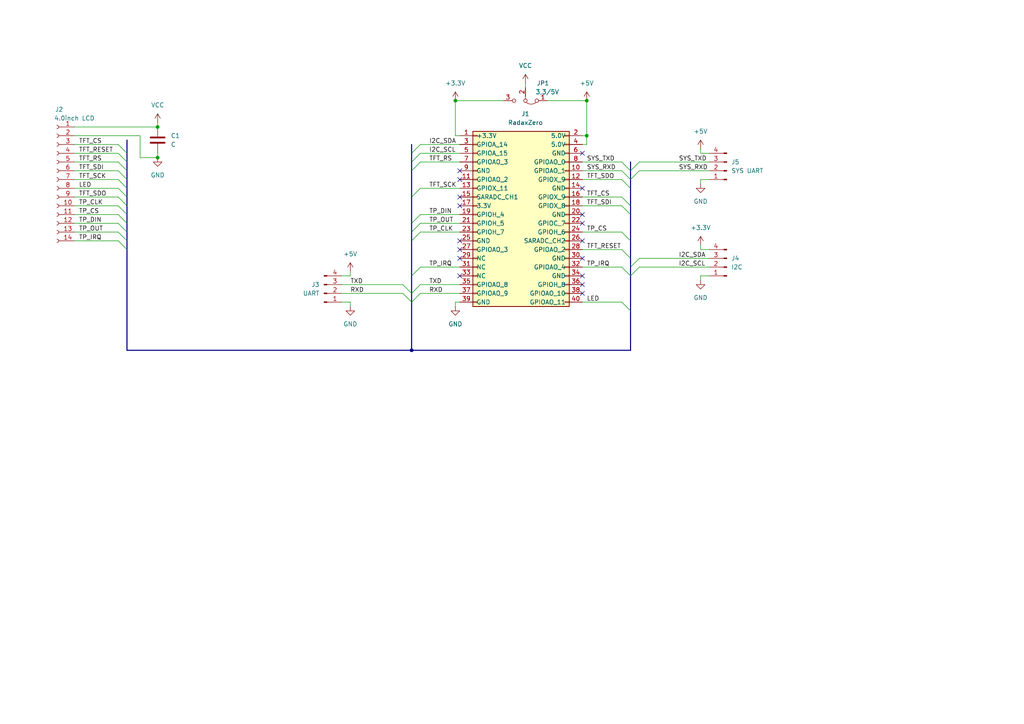
<source format=kicad_sch>
(kicad_sch (version 20211123) (generator eeschema)
  (paper "A4")
  (lib_symbols
    (symbol "Connector:Conn_01x04_Male" (pin_names (offset 1.016) hide)
      (property "Reference" "J" (at 0 5.08 0))
      (property "Value" "Conn_01x04_Male" (at 0 -7.62 0))
      (symbol "Conn_01x04_Male_1_1"
        (polyline (pts (xy 1.27 -5.08) (xy 0.8636 -5.08)) (stroke (width 0.1524)))
        (polyline (pts (xy 1.27 -2.54) (xy 0.8636 -2.54)) (stroke (width 0.1524)))
        (polyline (pts (xy 1.27 0) (xy 0.8636 0)) (stroke (width 0.1524)))
        (polyline (pts (xy 1.27 2.54) (xy 0.8636 2.54)) (stroke (width 0.1524)))
        (rectangle (start 0.8636 -4.953) (end 0 -5.207) (stroke (width 0.1524)) (fill (type outline)))
        (rectangle (start 0.8636 -2.413) (end 0 -2.667) (stroke (width 0.1524)) (fill (type outline)))
        (rectangle (start 0.8636 0.127) (end 0 -0.127) (stroke (width 0.1524)) (fill (type outline)))
        (rectangle (start 0.8636 2.667) (end 0 2.413) (stroke (width 0.1524)) (fill (type outline)))
        (pin passive line (at 5.08 2.54 180) (length 3.81) (name "Pin_1") (number "1"))
        (pin passive line (at 5.08 0 180) (length 3.81) (name "Pin_2") (number "2"))
        (pin passive line (at 5.08 -2.54 180) (length 3.81) (name "Pin_3") (number "3"))
        (pin passive line (at 5.08 -5.08 180) (length 3.81) (name "Pin_4") (number "4"))
      )
    )
    (symbol "Connector:Conn_01x14_Female" (pin_names (offset 1.016) hide)
      (property "Reference" "J" (at 0 17.78 0))
      (property "Value" "Conn_01x14_Female" (at 0 -20.32 0))
      (symbol "Conn_01x14_Female_1_1"
        (arc (start 0 -17.272) (mid -0.508 -17.78) (end 0 -18.288) (stroke (width 0.1524)))
        (arc (start 0 -14.732) (mid -0.508 -15.24) (end 0 -15.748) (stroke (width 0.1524)))
        (arc (start 0 -12.192) (mid -0.508 -12.7) (end 0 -13.208) (stroke (width 0.1524)))
        (arc (start 0 -9.652) (mid -0.508 -10.16) (end 0 -10.668) (stroke (width 0.1524)))
        (arc (start 0 -7.112) (mid -0.508 -7.62) (end 0 -8.128) (stroke (width 0.1524)))
        (arc (start 0 -4.572) (mid -0.508 -5.08) (end 0 -5.588) (stroke (width 0.1524)))
        (arc (start 0 -2.032) (mid -0.508 -2.54) (end 0 -3.048) (stroke (width 0.1524)))
        (polyline (pts (xy -1.27 -17.78) (xy -0.508 -17.78)) (stroke (width 0.1524)))
        (polyline (pts (xy -1.27 -15.24) (xy -0.508 -15.24)) (stroke (width 0.1524)))
        (polyline (pts (xy -1.27 -12.7) (xy -0.508 -12.7)) (stroke (width 0.1524)))
        (polyline (pts (xy -1.27 -10.16) (xy -0.508 -10.16)) (stroke (width 0.1524)))
        (polyline (pts (xy -1.27 -7.62) (xy -0.508 -7.62)) (stroke (width 0.1524)))
        (polyline (pts (xy -1.27 -5.08) (xy -0.508 -5.08)) (stroke (width 0.1524)))
        (polyline (pts (xy -1.27 -2.54) (xy -0.508 -2.54)) (stroke (width 0.1524)))
        (polyline (pts (xy -1.27 0) (xy -0.508 0)) (stroke (width 0.1524)))
        (polyline (pts (xy -1.27 2.54) (xy -0.508 2.54)) (stroke (width 0.1524)))
        (polyline (pts (xy -1.27 5.08) (xy -0.508 5.08)) (stroke (width 0.1524)))
        (polyline (pts (xy -1.27 7.62) (xy -0.508 7.62)) (stroke (width 0.1524)))
        (polyline (pts (xy -1.27 10.16) (xy -0.508 10.16)) (stroke (width 0.1524)))
        (polyline (pts (xy -1.27 12.7) (xy -0.508 12.7)) (stroke (width 0.1524)))
        (polyline (pts (xy -1.27 15.24) (xy -0.508 15.24)) (stroke (width 0.1524)))
        (arc (start 0 0.508) (mid -0.508 0) (end 0 -0.508) (stroke (width 0.1524)))
        (arc (start 0 3.048) (mid -0.508 2.54) (end 0 2.032) (stroke (width 0.1524)))
        (arc (start 0 5.588) (mid -0.508 5.08) (end 0 4.572) (stroke (width 0.1524)))
        (arc (start 0 8.128) (mid -0.508 7.62) (end 0 7.112) (stroke (width 0.1524)))
        (arc (start 0 10.668) (mid -0.508 10.16) (end 0 9.652) (stroke (width 0.1524)))
        (arc (start 0 13.208) (mid -0.508 12.7) (end 0 12.192) (stroke (width 0.1524)))
        (arc (start 0 15.748) (mid -0.508 15.24) (end 0 14.732) (stroke (width 0.1524)))
        (pin passive line (at -5.08 15.24 0) (length 3.81) (name "Pin_1") (number "1"))
        (pin passive line (at -5.08 -7.62 0) (length 3.81) (name "Pin_10") (number "10"))
        (pin passive line (at -5.08 -10.16 0) (length 3.81) (name "Pin_11") (number "11"))
        (pin passive line (at -5.08 -12.7 0) (length 3.81) (name "Pin_12") (number "12"))
        (pin passive line (at -5.08 -15.24 0) (length 3.81) (name "Pin_13") (number "13"))
        (pin passive line (at -5.08 -17.78 0) (length 3.81) (name "Pin_14") (number "14"))
        (pin passive line (at -5.08 12.7 0) (length 3.81) (name "Pin_2") (number "2"))
        (pin passive line (at -5.08 10.16 0) (length 3.81) (name "Pin_3") (number "3"))
        (pin passive line (at -5.08 7.62 0) (length 3.81) (name "Pin_4") (number "4"))
        (pin passive line (at -5.08 5.08 0) (length 3.81) (name "Pin_5") (number "5"))
        (pin passive line (at -5.08 2.54 0) (length 3.81) (name "Pin_6") (number "6"))
        (pin passive line (at -5.08 0 0) (length 3.81) (name "Pin_7") (number "7"))
        (pin passive line (at -5.08 -2.54 0) (length 3.81) (name "Pin_8") (number "8"))
        (pin passive line (at -5.08 -5.08 0) (length 3.81) (name "Pin_9") (number "9"))
      )
    )
    (symbol "Connector_Generic:Conn_02x20_Odd_Even" (pin_names (offset 1.016))
      (property "Reference" "J1" (at 1.27 29.21 0))
      (property "Value" "RadaxZero" (at 1.27 26.67 0))
      (symbol "Conn_02x20_Odd_Even_1_1"
        (rectangle (start -13.97 -25.273) (end -12.7 -25.527) (stroke (width 0.1524)))
        (rectangle (start -13.97 -22.733) (end -12.7 -22.987) (stroke (width 0.1524)))
        (rectangle (start -13.97 -20.193) (end -12.7 -20.447) (stroke (width 0.1524)))
        (rectangle (start -13.97 -17.653) (end -12.7 -17.907) (stroke (width 0.1524)))
        (rectangle (start -13.97 -15.113) (end -12.7 -15.367) (stroke (width 0.1524)))
        (rectangle (start -13.97 -12.573) (end -12.7 -12.827) (stroke (width 0.1524)))
        (rectangle (start -13.97 -10.033) (end -12.7 -10.287) (stroke (width 0.1524)))
        (rectangle (start -13.97 -7.493) (end -12.7 -7.747) (stroke (width 0.1524)))
        (rectangle (start -13.97 -4.953) (end -12.7 -5.207) (stroke (width 0.1524)))
        (rectangle (start -13.97 -2.413) (end -12.7 -2.667) (stroke (width 0.1524)))
        (rectangle (start -13.97 0.127) (end -12.7 -0.127) (stroke (width 0.1524)))
        (rectangle (start -13.97 2.667) (end -12.7 2.413) (stroke (width 0.1524)))
        (rectangle (start -13.97 5.207) (end -12.7 4.953) (stroke (width 0.1524)))
        (rectangle (start -13.97 7.747) (end -12.7 7.493) (stroke (width 0.1524)))
        (rectangle (start -13.97 10.287) (end -12.7 10.033) (stroke (width 0.1524)))
        (rectangle (start -13.97 12.827) (end -12.7 12.573) (stroke (width 0.1524)))
        (rectangle (start -13.97 15.367) (end -12.7 15.113) (stroke (width 0.1524)))
        (rectangle (start -13.97 17.907) (end -12.7 17.653) (stroke (width 0.1524)))
        (rectangle (start -13.97 20.447) (end -12.7 20.193) (stroke (width 0.1524)))
        (rectangle (start -13.97 22.987) (end -12.7 22.733) (stroke (width 0.1524)))
        (rectangle (start -13.97 24.13) (end 13.97 -26.67) (stroke (width 0.254)) (fill (type background)))
        (rectangle (start 13.97 -25.273) (end 12.7 -25.527) (stroke (width 0.1524)))
        (rectangle (start 13.97 -22.733) (end 12.7 -22.987) (stroke (width 0.1524)))
        (rectangle (start 13.97 -20.193) (end 12.7 -20.447) (stroke (width 0.1524)))
        (rectangle (start 13.97 -17.653) (end 12.7 -17.907) (stroke (width 0.1524)))
        (rectangle (start 13.97 -15.113) (end 12.7 -15.367) (stroke (width 0.1524)))
        (rectangle (start 13.97 -12.573) (end 12.7 -12.827) (stroke (width 0.1524)))
        (rectangle (start 13.97 -10.033) (end 12.7 -10.287) (stroke (width 0.1524)))
        (rectangle (start 13.97 -7.493) (end 12.7 -7.747) (stroke (width 0.1524)))
        (rectangle (start 13.97 -4.953) (end 12.7 -5.207) (stroke (width 0.1524)))
        (rectangle (start 13.97 -2.413) (end 12.7 -2.667) (stroke (width 0.1524)))
        (rectangle (start 13.97 0.127) (end 12.7 -0.127) (stroke (width 0.1524)))
        (rectangle (start 13.97 2.667) (end 12.7 2.413) (stroke (width 0.1524)))
        (rectangle (start 13.97 5.207) (end 12.7 4.953) (stroke (width 0.1524)))
        (rectangle (start 13.97 7.747) (end 12.7 7.493) (stroke (width 0.1524)))
        (rectangle (start 13.97 10.287) (end 12.7 10.033) (stroke (width 0.1524)))
        (rectangle (start 13.97 12.827) (end 12.7 12.573) (stroke (width 0.1524)))
        (rectangle (start 13.97 15.367) (end 12.7 15.113) (stroke (width 0.1524)))
        (rectangle (start 13.97 17.907) (end 12.7 17.653) (stroke (width 0.1524)))
        (rectangle (start 13.97 20.447) (end 12.7 20.193) (stroke (width 0.1524)))
        (rectangle (start 13.97 22.987) (end 12.7 22.733) (stroke (width 0.1524)))
        (pin passive line (at -17.78 22.86 0) (length 3.81) (name "+3.3V") (number "1"))
        (pin passive line (at 17.78 12.7 180) (length 3.81) (name "GPIOAO_1") (number "10"))
        (pin passive line (at -17.78 10.16 0) (length 3.81) (name "GPIOAO_2") (number "11"))
        (pin passive line (at 17.78 10.16 180) (length 3.81) (name "GPIOX_9") (number "12"))
        (pin passive line (at -17.78 7.62 0) (length 3.81) (name "GPIOX_11") (number "13"))
        (pin passive line (at 17.78 7.62 180) (length 3.81) (name "GND") (number "14"))
        (pin passive line (at -17.78 5.08 0) (length 3.81) (name "SARADC_CH1") (number "15"))
        (pin passive line (at 17.78 5.08 180) (length 3.81) (name "GPIOX_9") (number "16"))
        (pin passive line (at -17.78 2.54 0) (length 3.81) (name "3.3V") (number "17"))
        (pin passive line (at 17.78 2.54 180) (length 3.81) (name "GPIOX_8") (number "18"))
        (pin passive line (at -17.78 0 0) (length 3.81) (name "GPIOH_4") (number "19"))
        (pin passive line (at 17.78 22.86 180) (length 3.81) (name "5.0V") (number "2"))
        (pin passive line (at 17.78 0 180) (length 3.81) (name "GND") (number "20"))
        (pin passive line (at -17.78 -2.54 0) (length 3.81) (name "GPIOH_5") (number "21"))
        (pin passive line (at 17.78 -2.54 180) (length 3.81) (name "GPIOC_7") (number "22"))
        (pin passive line (at -17.78 -5.08 0) (length 3.81) (name "GPIOH_7") (number "23"))
        (pin passive line (at 17.78 -5.08 180) (length 3.81) (name "GPIOH_6") (number "24"))
        (pin passive line (at -17.78 -7.62 0) (length 3.81) (name "GND") (number "25"))
        (pin passive line (at 17.78 -7.62 180) (length 3.81) (name "SARADC_CH2") (number "26"))
        (pin passive line (at -17.78 -10.16 0) (length 3.81) (name "GPIOAO_3") (number "27"))
        (pin passive line (at 17.78 -10.16 180) (length 3.81) (name "GPIOAO_2") (number "28"))
        (pin passive line (at -17.78 -12.7 0) (length 3.81) (name "NC") (number "29"))
        (pin passive line (at -17.78 20.32 0) (length 3.81) (name "GPIOA_14") (number "3"))
        (pin passive line (at 17.78 -12.7 180) (length 3.81) (name "GND") (number "30"))
        (pin passive line (at -17.78 -15.24 0) (length 3.81) (name "NC") (number "31"))
        (pin passive line (at 17.78 -15.24 180) (length 3.81) (name "GPIOAO_4") (number "32"))
        (pin passive line (at -17.78 -17.78 0) (length 3.81) (name "NC") (number "33"))
        (pin passive line (at 17.78 -17.78 180) (length 3.81) (name "GND") (number "34"))
        (pin passive line (at -17.78 -20.32 0) (length 3.81) (name "GPIOAO_8") (number "35"))
        (pin passive line (at 17.78 -20.32 180) (length 3.81) (name "GPIOH_8") (number "36"))
        (pin passive line (at -17.78 -22.86 0) (length 3.81) (name "GPIOAO_9") (number "37"))
        (pin passive line (at 17.78 -22.86 180) (length 3.81) (name "GPIOAO_10") (number "38"))
        (pin passive line (at -17.78 -25.4 0) (length 3.81) (name "GND") (number "39"))
        (pin passive line (at 17.78 20.32 180) (length 3.81) (name "5.0V") (number "4"))
        (pin passive line (at 17.78 -25.4 180) (length 3.81) (name "GPIOAO_11") (number "40"))
        (pin passive line (at -17.78 17.78 0) (length 3.81) (name "GPIOA_15") (number "5"))
        (pin passive line (at 17.78 17.78 180) (length 3.81) (name "GND") (number "6"))
        (pin passive line (at -17.78 15.24 0) (length 3.81) (name "GPIOAO_3") (number "7"))
        (pin passive line (at 17.78 15.24 180) (length 3.81) (name "GPIOAO_0") (number "8"))
        (pin passive line (at -17.78 12.7 0) (length 3.81) (name "GND") (number "9"))
      )
    )
    (symbol "Device:C" (pin_numbers hide) (pin_names (offset 0.254))
      (property "Reference" "C" (at 0.635 2.54 0))
      (property "Value" "C" (at 0.635 -2.54 0))
      (symbol "C_0_1"
        (polyline (pts (xy -2.032 -0.762) (xy 2.032 -0.762)) (stroke (width 0.508)))
        (polyline (pts (xy -2.032 0.762) (xy 2.032 0.762)) (stroke (width 0.508)))
      )
      (symbol "C_1_1"
        (pin passive line (at 0 3.81 270) (length 2.794) (name "~") (number "1"))
        (pin passive line (at 0 -3.81 90) (length 2.794) (name "~") (number "2"))
      )
    )
    (symbol "Jumper:Jumper_3_Bridged12" (pin_names (offset 0) hide)
      (property "Reference" "JP" (at -2.54 -2.54 0))
      (property "Value" "Jumper_3_Bridged12" (at 0 2.794 0))
      (symbol "Jumper_3_Bridged12_0_0"
        (circle (center -3.302 0) (radius 0.508))
        (circle (center 0 0) (radius 0.508))
        (circle (center 3.302 0) (radius 0.508))
      )
      (symbol "Jumper_3_Bridged12_0_1"
        (arc (start -0.254 0.508) (mid -1.651 0.9912) (end -3.048 0.508))
        (polyline (pts (xy 0 -1.27) (xy 0 -0.508)))
      )
      (symbol "Jumper_3_Bridged12_1_1"
        (pin passive line (at -6.35 0 0) (length 2.54) (name "A") (number "1"))
        (pin passive line (at 0 -3.81 90) (length 2.54) (name "C") (number "2"))
        (pin passive line (at 6.35 0 180) (length 2.54) (name "B") (number "3"))
      )
    )
    (symbol "power:+3.3V" (power) (pin_names (offset 0))
      (property "Value" "+3.3V" (at 0 3.556 0))
      (symbol "+3.3V_0_1"
        (polyline (pts (xy -0.762 1.27) (xy 0 2.54)))
        (polyline (pts (xy 0 0) (xy 0 2.54)))
        (polyline (pts (xy 0 2.54) (xy 0.762 1.27)))
      )
      (symbol "+3.3V_1_1"
        (pin power_in line (at 0 0 90) (length 0) hide (name "+3.3V") (number "1"))
      )
    )
    (symbol "power:+5V" (power) (pin_names (offset 0))
      (property "Value" "+5V" (at 0 3.556 0))
      (symbol "+5V_0_1"
        (polyline (pts (xy -0.762 1.27) (xy 0 2.54)))
        (polyline (pts (xy 0 0) (xy 0 2.54)))
        (polyline (pts (xy 0 2.54) (xy 0.762 1.27)))
      )
      (symbol "+5V_1_1"
        (pin power_in line (at 0 0 90) (length 0) hide (name "+5V") (number "1"))
      )
    )
    (symbol "power:GND" (power) (pin_names (offset 0))
      (property "Value" "GND" (at 0 -3.81 0))
      (symbol "GND_0_1"
        (polyline (pts (xy 0 0) (xy 0 -1.27) (xy 1.27 -1.27) (xy 0 -2.54) (xy -1.27 -1.27) (xy 0 -1.27)))
      )
      (symbol "GND_1_1"
        (pin power_in line (at 0 0 270) (length 0) hide (name "GND") (number "1"))
      )
    )
    (symbol "power:VCC" (power) (pin_names (offset 0))
      (property "Value" "VCC" (at 0 3.81 0))
      (symbol "VCC_0_1"
        (polyline (pts (xy -0.762 1.27) (xy 0 2.54)))
        (polyline (pts (xy 0 0) (xy 0 2.54)))
        (polyline (pts (xy 0 2.54) (xy 0.762 1.27)))
      )
      (symbol "VCC_1_1"
        (pin power_in line (at 0 0 90) (length 0) hide (name "VCC") (number "1"))
      )
    )
  )
  (junction (at 170.18 39.37))
  (junction (at 119.38 101.6))
  (junction (at 45.72 45.72))
  (junction (at 170.18 29.21))
  (junction (at 45.72 36.83))
  (junction (at 132.08 29.21))
  (no_connect (at 168.91 85.09))
  (no_connect (at 168.91 82.55))
  (no_connect (at 168.91 80.01))
  (no_connect (at 168.91 54.61))
  (no_connect (at 168.91 44.45))
  (no_connect (at 133.35 49.53))
  (no_connect (at 133.35 52.07))
  (no_connect (at 133.35 57.15))
  (no_connect (at 133.35 59.69))
  (no_connect (at 133.35 69.85))
  (no_connect (at 133.35 72.39))
  (no_connect (at 133.35 74.93))
  (no_connect (at 133.35 80.01))
  (no_connect (at 168.91 74.93))
  (no_connect (at 168.91 64.77))
  (no_connect (at 168.91 62.23))
  (no_connect (at 168.91 69.85))
  (bus_entry (at 121.92 77.47) (size -2.54 2.54))
  (bus_entry (at 116.84 82.55) (size 2.54 2.54))
  (bus_entry (at 116.84 85.09) (size 2.54 2.54))
  (bus_entry (at 185.42 49.53) (size -2.54 2.54))
  (bus_entry (at 185.42 46.99) (size -2.54 2.54))
  (bus_entry (at 185.42 74.93) (size -2.54 2.54))
  (bus_entry (at 185.42 77.47) (size -2.54 2.54))
  (bus_entry (at 180.34 67.31) (size 2.54 2.54))
  (bus_entry (at 180.34 57.15) (size 2.54 2.54))
  (bus_entry (at 36.83 49.53) (size -2.54 -2.54))
  (bus_entry (at 36.83 52.07) (size -2.54 -2.54))
  (bus_entry (at 36.83 44.45) (size -2.54 -2.54))
  (bus_entry (at 36.83 46.99) (size -2.54 -2.54))
  (bus_entry (at 36.83 59.69) (size -2.54 -2.54))
  (bus_entry (at 36.83 64.77) (size -2.54 -2.54))
  (bus_entry (at 36.83 62.23) (size -2.54 -2.54))
  (bus_entry (at 36.83 69.85) (size -2.54 -2.54))
  (bus_entry (at 36.83 67.31) (size -2.54 -2.54))
  (bus_entry (at 36.83 57.15) (size -2.54 -2.54))
  (bus_entry (at 36.83 54.61) (size -2.54 -2.54))
  (bus_entry (at 36.83 72.39) (size -2.54 -2.54))
  (bus_entry (at 180.34 52.07) (size 2.54 2.54))
  (bus_entry (at 119.38 69.85) (size 2.54 -2.54))
  (bus_entry (at 119.38 85.09) (size 2.54 -2.54))
  (bus_entry (at 119.38 87.63) (size 2.54 -2.54))
  (bus_entry (at 119.38 64.77) (size 2.54 -2.54))
  (bus_entry (at 119.38 67.31) (size 2.54 -2.54))
  (bus_entry (at 119.38 44.45) (size 2.54 -2.54))
  (bus_entry (at 119.38 46.99) (size 2.54 -2.54))
  (bus_entry (at 119.38 49.53) (size 2.54 -2.54))
  (bus_entry (at 119.38 57.15) (size 2.54 -2.54))
  (bus_entry (at 182.88 74.93) (size -2.54 -2.54))
  (bus_entry (at 182.88 80.01) (size -2.54 -2.54))
  (bus_entry (at 182.88 90.17) (size -2.54 -2.54))
  (bus_entry (at 182.88 62.23) (size -2.54 -2.54))
  (bus_entry (at 182.88 52.07) (size -2.54 -2.54))
  (bus_entry (at 182.88 49.53) (size -2.54 -2.54))
  (wire (pts (xy 101.6 80.01) (xy 101.6 78.74)))
  (bus (pts (xy 182.88 52.07) (xy 182.88 54.61)))
  (wire (pts (xy 99.06 82.55) (xy 116.84 82.55)))
  (bus (pts (xy 119.38 49.53) (xy 119.38 57.15)))
  (bus (pts (xy 182.88 80.01) (xy 182.88 90.17)))
  (wire (pts (xy 185.42 77.47) (xy 205.74 77.47)))
  (wire (pts (xy 21.59 41.91) (xy 34.29 41.91)))
  (wire (pts (xy 170.18 39.37) (xy 170.18 29.21)))
  (wire (pts (xy 205.74 80.01) (xy 203.2 80.01)))
  (wire (pts (xy 21.59 54.61) (xy 34.29 54.61)))
  (bus (pts (xy 119.38 57.15) (xy 119.38 64.77)))
  (wire (pts (xy 99.06 87.63) (xy 101.6 87.63)))
  (wire (pts (xy 203.2 43.18) (xy 203.2 44.45)))
  (wire (pts (xy 168.91 59.69) (xy 180.34 59.69)))
  (wire (pts (xy 21.59 36.83) (xy 45.72 36.83)))
  (wire (pts (xy 99.06 85.09) (xy 116.84 85.09)))
  (bus (pts (xy 182.88 74.93) (xy 182.88 77.47)))
  (bus (pts (xy 36.83 64.77) (xy 36.83 67.31)))
  (wire (pts (xy 45.72 35.56) (xy 45.72 36.83)))
  (wire (pts (xy 168.91 87.63) (xy 180.34 87.63)))
  (bus (pts (xy 182.88 62.23) (xy 182.88 69.85)))
  (wire (pts (xy 40.64 39.37) (xy 40.64 45.72)))
  (wire (pts (xy 133.35 87.63) (xy 132.08 87.63)))
  (wire (pts (xy 121.92 46.99) (xy 133.35 46.99)))
  (bus (pts (xy 36.83 46.99) (xy 36.83 49.53)))
  (wire (pts (xy 185.42 74.93) (xy 205.74 74.93)))
  (wire (pts (xy 21.59 49.53) (xy 34.29 49.53)))
  (wire (pts (xy 132.08 39.37) (xy 132.08 29.21)))
  (bus (pts (xy 119.38 87.63) (xy 119.38 101.6)))
  (wire (pts (xy 21.59 67.31) (xy 34.29 67.31)))
  (wire (pts (xy 21.59 39.37) (xy 40.64 39.37)))
  (wire (pts (xy 168.91 57.15) (xy 180.34 57.15)))
  (wire (pts (xy 203.2 80.01) (xy 203.2 81.28)))
  (wire (pts (xy 121.92 77.47) (xy 133.35 77.47)))
  (bus (pts (xy 119.38 41.91) (xy 119.38 44.45)))
  (wire (pts (xy 21.59 44.45) (xy 34.29 44.45)))
  (wire (pts (xy 101.6 87.63) (xy 101.6 88.9)))
  (bus (pts (xy 36.83 52.07) (xy 36.83 54.61)))
  (wire (pts (xy 121.92 67.31) (xy 133.35 67.31)))
  (wire (pts (xy 40.64 45.72) (xy 45.72 45.72)))
  (bus (pts (xy 119.38 69.85) (xy 119.38 80.01)))
  (bus (pts (xy 182.88 59.69) (xy 182.88 62.23)))
  (wire (pts (xy 21.59 46.99) (xy 34.29 46.99)))
  (bus (pts (xy 119.38 46.99) (xy 119.38 49.53)))
  (bus (pts (xy 36.83 59.69) (xy 36.83 62.23)))
  (wire (pts (xy 170.18 41.91) (xy 170.18 39.37)))
  (bus (pts (xy 36.83 54.61) (xy 36.83 57.15)))
  (wire (pts (xy 21.59 64.77) (xy 34.29 64.77)))
  (wire (pts (xy 21.59 69.85) (xy 34.29 69.85)))
  (bus (pts (xy 36.83 72.39) (xy 36.83 101.6)))
  (wire (pts (xy 132.08 87.63) (xy 132.08 88.9)))
  (wire (pts (xy 168.91 49.53) (xy 180.34 49.53)))
  (bus (pts (xy 182.88 90.17) (xy 182.88 101.6)))
  (wire (pts (xy 121.92 85.09) (xy 133.35 85.09)))
  (bus (pts (xy 119.38 67.31) (xy 119.38 69.85)))
  (bus (pts (xy 182.88 49.53) (xy 182.88 52.07)))
  (wire (pts (xy 21.59 57.15) (xy 34.29 57.15)))
  (bus (pts (xy 119.38 85.09) (xy 119.38 87.63)))
  (wire (pts (xy 121.92 62.23) (xy 133.35 62.23)))
  (bus (pts (xy 182.88 69.85) (xy 182.88 74.93)))
  (bus (pts (xy 36.83 101.6) (xy 119.38 101.6)))
  (wire (pts (xy 168.91 46.99) (xy 180.34 46.99)))
  (wire (pts (xy 45.72 44.45) (xy 45.72 45.72)))
  (bus (pts (xy 36.83 40.64) (xy 36.83 44.45)))
  (wire (pts (xy 99.06 80.01) (xy 101.6 80.01)))
  (wire (pts (xy 168.91 39.37) (xy 170.18 39.37)))
  (wire (pts (xy 205.74 44.45) (xy 203.2 44.45)))
  (bus (pts (xy 36.83 44.45) (xy 36.83 46.99)))
  (bus (pts (xy 119.38 44.45) (xy 119.38 46.99)))
  (wire (pts (xy 121.92 44.45) (xy 133.35 44.45)))
  (bus (pts (xy 119.38 64.77) (xy 119.38 67.31)))
  (wire (pts (xy 121.92 82.55) (xy 133.35 82.55)))
  (wire (pts (xy 185.42 46.99) (xy 205.74 46.99)))
  (wire (pts (xy 168.91 77.47) (xy 180.34 77.47)))
  (wire (pts (xy 203.2 52.07) (xy 203.2 53.34)))
  (bus (pts (xy 36.83 57.15) (xy 36.83 59.69)))
  (wire (pts (xy 21.59 52.07) (xy 34.29 52.07)))
  (wire (pts (xy 21.59 62.23) (xy 34.29 62.23)))
  (wire (pts (xy 168.91 41.91) (xy 170.18 41.91)))
  (wire (pts (xy 152.4 24.13) (xy 152.4 25.4)))
  (bus (pts (xy 182.88 54.61) (xy 182.88 59.69)))
  (bus (pts (xy 36.83 62.23) (xy 36.83 64.77)))
  (wire (pts (xy 205.74 72.39) (xy 203.2 72.39)))
  (wire (pts (xy 168.91 72.39) (xy 180.34 72.39)))
  (wire (pts (xy 133.35 39.37) (xy 132.08 39.37)))
  (bus (pts (xy 36.83 49.53) (xy 36.83 52.07)))
  (wire (pts (xy 121.92 64.77) (xy 133.35 64.77)))
  (wire (pts (xy 21.59 59.69) (xy 34.29 59.69)))
  (bus (pts (xy 182.88 77.47) (xy 182.88 80.01)))
  (wire (pts (xy 168.91 52.07) (xy 180.34 52.07)))
  (bus (pts (xy 36.83 69.85) (xy 36.83 72.39)))
  (wire (pts (xy 168.91 67.31) (xy 180.34 67.31)))
  (bus (pts (xy 119.38 101.6) (xy 182.88 101.6)))
  (wire (pts (xy 205.74 52.07) (xy 203.2 52.07)))
  (bus (pts (xy 182.88 46.99) (xy 182.88 49.53)))
  (bus (pts (xy 36.83 67.31) (xy 36.83 69.85)))
  (wire (pts (xy 132.08 29.21) (xy 146.05 29.21)))
  (wire (pts (xy 121.92 41.91) (xy 133.35 41.91)))
  (wire (pts (xy 158.75 29.21) (xy 170.18 29.21)))
  (wire (pts (xy 203.2 72.39) (xy 203.2 71.12)))
  (wire (pts (xy 121.92 54.61) (xy 133.35 54.61)))
  (wire (pts (xy 185.42 49.53) (xy 205.74 49.53)))
  (bus (pts (xy 119.38 80.01) (xy 119.38 85.09)))
  (label "RXD" (at 124.46 85.09 0))
  (label "TP_CLK" (at 22.86 59.69 0))
  (label "TFT_SDI" (at 170.18 59.69 0))
  (label "TP_OUT" (at 22.86 67.31 0))
  (label "TP_IRQ" (at 124.46 77.47 0))
  (label "I2C_SDA" (at 124.46 41.91 0))
  (label "TFT_RESET" (at 22.86 44.45 0))
  (label "TXD" (at 124.46 82.55 0))
  (label "TP_CS" (at 170.18 67.31 0))
  (label "SYS_TXD" (at 196.85 46.99 0))
  (label "TP_CS" (at 22.86 62.23 0))
  (label "I2C_SCL" (at 196.85 77.47 0))
  (label "TXD" (at 101.6 82.55 0))
  (label "I2C_SCL" (at 124.46 44.45 0))
  (label "TP_DIN" (at 22.86 64.77 0))
  (label "TP_DIN" (at 124.46 62.23 0))
  (label "TFT_RESET" (at 170.18 72.39 0))
  (label "LED" (at 22.86 54.61 0))
  (label "TFT_SDI" (at 22.86 49.53 0))
  (label "TP_IRQ" (at 170.18 77.47 0))
  (label "SYS_RXD" (at 196.85 49.53 0))
  (label "TFT_CS" (at 170.18 57.15 0))
  (label "SYS_RXD" (at 170.18 49.53 0))
  (label "RXD" (at 101.6 85.09 0))
  (label "TP_CLK" (at 124.46 67.31 0))
  (label "TFT_CS" (at 22.86 41.91 0))
  (label "I2C_SDA" (at 196.85 74.93 0))
  (label "TFT_SCK" (at 22.86 52.07 0))
  (label "TFT_RS" (at 124.46 46.99 0))
  (label "TFT_SDO" (at 22.86 57.15 0))
  (label "LED" (at 170.18 87.63 0))
  (label "SYS_TXD" (at 170.18 46.99 0))
  (label "TFT_SCK" (at 124.46 54.61 0))
  (label "TP_OUT" (at 124.46 64.77 0))
  (label "TFT_SDO" (at 170.18 52.07 0))
  (label "TFT_RS" (at 22.86 46.99 0))
  (label "TP_IRQ" (at 22.86 69.85 0))
  (symbol (lib_id "power:VCC") (at 152.4 24.13 0) (unit 1)
    (property "Reference" "#PWR0104" (effects hide))
    (property "Value" "VCC" (at 152.4 19.05 0))
  )
  (symbol (lib_id "power:GND") (at 203.2 81.28 0) (unit 1)
    (property "Reference" "#PWR0109" (effects hide))
    (property "Value" "GND" (at 203.2 86.36 0))
  )
  (symbol (lib_id "power:GND") (at 203.2 53.34 0) (unit 1)
    (property "Reference" "#PWR0107" (effects hide))
    (property "Value" "GND" (at 203.2 58.42 0))
  )
  (symbol (lib_id "power:GND") (at 45.72 45.72 0) (unit 1)
    (property "Reference" "#PWR0101" (effects hide))
    (property "Value" "GND" (at 45.72 50.8 0))
  )
  (symbol (lib_id "Connector:Conn_01x04_Male") (at 93.98 85.09 0) (mirror x) (unit 1)
    (property "Reference" "J3" (at 92.71 82.5499 0) (effects (justify right)))
    (property "Value" "UART" (at 92.71 85.0899 0) (effects (justify right)))
    (property "Footprint" "Connector_PinHeader_2.54mm:PinHeader_1x04_P2.54mm_Horizontal" (effects hide))
  )
  (symbol (lib_id "power:+3.3V") (at 203.2 71.12 0) (unit 1)
    (property "Reference" "#PWR0108" (effects hide))
    (property "Value" "+3.3V" (at 203.2 66.04 0))
  )
  (symbol (lib_id "Connector:Conn_01x04_Male") (at 210.82 77.47 180) (unit 1)
    (property "Reference" "J4" (at 212.09 74.9299 0) (effects (justify right)))
    (property "Value" "I2C" (at 212.09 77.4699 0) (effects (justify right)))
    (property "Footprint" "Connector_PinHeader_2.54mm:PinHeader_1x04_P2.54mm_Horizontal" (effects hide))
  )
  (symbol (lib_id "Jumper:Jumper_3_Bridged12") (at 152.4 29.21 180) (unit 1)
    (property "Reference" "JP1" (at 157.48 24.13 0))
    (property "Value" "3,3/5V" (at 158.75 26.67 0))
    (property "Footprint" "Jumper:SolderJumper-3_P1.3mm_Open_RoundedPad1.0x1.5mm" (effects hide))
  )
  (symbol (lib_id "power:+3.3V") (at 132.08 29.21 0) (unit 1)
    (property "Reference" "#PWR0103" (effects hide))
    (property "Value" "+3.3V" (at 132.08 24.13 0))
  )
  (symbol (lib_id "power:GND") (at 132.08 88.9 0) (unit 1)
    (property "Reference" "#PWR0106" (effects hide))
    (property "Value" "GND" (at 132.08 93.98 0))
  )
  (symbol (lib_id "power:VCC") (at 45.72 35.56 0) (unit 1)
    (property "Reference" "#PWR0102" (effects hide))
    (property "Value" "VCC" (at 45.72 30.48 0))
  )
  (symbol (lib_id "Connector:Conn_01x14_Female") (at 16.51 52.07 0) (mirror y) (unit 1)
    (property "Reference" "J2" (at 17.145 31.75 0))
    (property "Value" "4.0inch LCD" (at 21.59 34.29 0))
    (property "Footprint" "Connector_PinSocket_2.54mm:PinSocket_1x14_P2.54mm_Horizontal" (effects hide))
  )
  (symbol (lib_id "Device:C") (at 45.72 40.64 0) (unit 1)
    (property "Reference" "C1" (at 49.53 39.3699 0) (effects (justify left)))
    (property "Value" "C" (at 49.53 41.9099 0) (effects (justify left)))
    (property "Footprint" "Capacitor_SMD:C_0805_2012Metric" (effects hide))
  )
  (symbol (lib_id "Connector_Generic:Conn_02x20_Odd_Even") (at 151.13 62.23 0) (unit 1)
    (property "Reference" "J1" (at 152.4 33.02 0))
    (property "Value" "RadaxZero" (at 152.4 35.56 0))
    (property "Footprint" "Connector_PinSocket_2.54mm:PinSocket_2x20_P2.54mm_Vertical" (effects hide))
  )
  (symbol (lib_id "Connector:Conn_01x04_Male") (at 210.82 49.53 180) (unit 1)
    (property "Reference" "J5" (at 212.09 46.9899 0) (effects (justify right)))
    (property "Value" "SYS UART" (at 212.09 49.5299 0) (effects (justify right)))
    (property "Footprint" "Connector_PinHeader_2.54mm:PinHeader_1x04_P2.54mm_Horizontal" (effects hide))
  )
  (symbol (lib_id "power:GND") (at 101.6 88.9 0) (unit 1)
    (property "Reference" "#PWR0112" (effects hide))
    (property "Value" "GND" (at 101.6 93.98 0))
  )
  (symbol (lib_id "power:+5V") (at 101.6 78.74 0) (unit 1)
    (property "Reference" "#PWR0111" (effects hide))
    (property "Value" "+5V" (at 101.6 73.66 0))
  )
  (symbol (lib_id "power:+5V") (at 170.18 29.21 0) (unit 1)
    (property "Reference" "#PWR0105" (effects hide))
    (property "Value" "+5V" (at 170.18 24.13 0))
  )
  (symbol (lib_id "power:+5V") (at 203.2 43.18 0) (unit 1)
    (property "Reference" "#PWR0110" (effects hide))
    (property "Value" "+5V" (at 203.2 38.1 0))
  )
)
</source>
